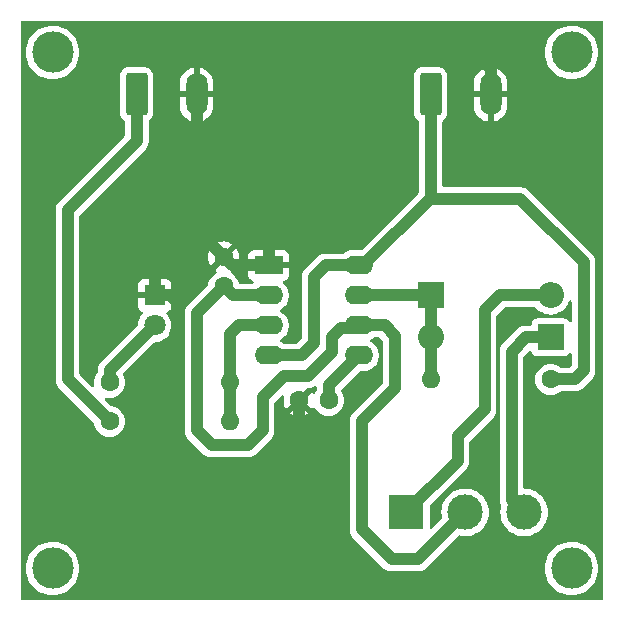
<source format=gbl>
G04 #@! TF.GenerationSoftware,KiCad,Pcbnew,8.0.6*
G04 #@! TF.CreationDate,2024-11-03T16:49:19-03:00*
G04 #@! TF.ProjectId,555-gerador-PWM-r01,3535352d-6765-4726-9164-6f722d50574d,rev?*
G04 #@! TF.SameCoordinates,Original*
G04 #@! TF.FileFunction,Copper,L2,Bot*
G04 #@! TF.FilePolarity,Positive*
%FSLAX46Y46*%
G04 Gerber Fmt 4.6, Leading zero omitted, Abs format (unit mm)*
G04 Created by KiCad (PCBNEW 8.0.6) date 2024-11-03 16:49:19*
%MOMM*%
%LPD*%
G01*
G04 APERTURE LIST*
G04 Aperture macros list*
%AMRoundRect*
0 Rectangle with rounded corners*
0 $1 Rounding radius*
0 $2 $3 $4 $5 $6 $7 $8 $9 X,Y pos of 4 corners*
0 Add a 4 corners polygon primitive as box body*
4,1,4,$2,$3,$4,$5,$6,$7,$8,$9,$2,$3,0*
0 Add four circle primitives for the rounded corners*
1,1,$1+$1,$2,$3*
1,1,$1+$1,$4,$5*
1,1,$1+$1,$6,$7*
1,1,$1+$1,$8,$9*
0 Add four rect primitives between the rounded corners*
20,1,$1+$1,$2,$3,$4,$5,0*
20,1,$1+$1,$4,$5,$6,$7,0*
20,1,$1+$1,$6,$7,$8,$9,0*
20,1,$1+$1,$8,$9,$2,$3,0*%
G04 Aperture macros list end*
G04 #@! TA.AperFunction,ComponentPad*
%ADD10R,3.000000X3.000000*%
G04 #@! TD*
G04 #@! TA.AperFunction,ComponentPad*
%ADD11C,3.000000*%
G04 #@! TD*
G04 #@! TA.AperFunction,ComponentPad*
%ADD12O,1.800000X3.600000*%
G04 #@! TD*
G04 #@! TA.AperFunction,ComponentPad*
%ADD13RoundRect,0.250000X-0.650000X-1.550000X0.650000X-1.550000X0.650000X1.550000X-0.650000X1.550000X0*%
G04 #@! TD*
G04 #@! TA.AperFunction,ComponentPad*
%ADD14C,1.600000*%
G04 #@! TD*
G04 #@! TA.AperFunction,ComponentPad*
%ADD15O,2.200000X2.200000*%
G04 #@! TD*
G04 #@! TA.AperFunction,ComponentPad*
%ADD16R,2.200000X2.200000*%
G04 #@! TD*
G04 #@! TA.AperFunction,ComponentPad*
%ADD17R,1.800000X1.800000*%
G04 #@! TD*
G04 #@! TA.AperFunction,ComponentPad*
%ADD18C,1.800000*%
G04 #@! TD*
G04 #@! TA.AperFunction,ComponentPad*
%ADD19R,2.400000X1.600000*%
G04 #@! TD*
G04 #@! TA.AperFunction,ComponentPad*
%ADD20O,2.400000X1.600000*%
G04 #@! TD*
G04 #@! TA.AperFunction,ComponentPad*
%ADD21O,1.600000X1.600000*%
G04 #@! TD*
G04 #@! TA.AperFunction,ViaPad*
%ADD22C,3.500000*%
G04 #@! TD*
G04 #@! TA.AperFunction,Conductor*
%ADD23C,1.000000*%
G04 #@! TD*
G04 APERTURE END LIST*
D10*
X148800000Y-125800000D03*
D11*
X153800000Y-125800000D03*
X158800000Y-125800000D03*
D12*
X155956000Y-90424000D03*
D13*
X150876000Y-90424000D03*
X125984000Y-90424000D03*
D12*
X131064000Y-90424000D03*
D14*
X139740000Y-116332000D03*
X142240000Y-116332000D03*
X133350000Y-106680000D03*
X133350000Y-104180000D03*
D15*
X161036000Y-107442000D03*
D16*
X150876000Y-107442000D03*
X161036000Y-110998000D03*
D15*
X150876000Y-110998000D03*
D17*
X127508000Y-107442000D03*
D18*
X127508000Y-109982000D03*
D19*
X137160000Y-104902000D03*
D20*
X144780000Y-112522000D03*
X137160000Y-107442000D03*
X144780000Y-109982000D03*
X137160000Y-109982000D03*
X144780000Y-107442000D03*
X137160000Y-112522000D03*
X144780000Y-104902000D03*
D21*
X133858000Y-118110000D03*
D14*
X123698000Y-118110000D03*
D21*
X133858000Y-114808000D03*
D14*
X123698000Y-114808000D03*
X161036000Y-114554000D03*
D21*
X150876000Y-114554000D03*
D22*
X118872000Y-130556000D03*
X162814000Y-130556000D03*
X162814000Y-86868000D03*
X118872000Y-86868000D03*
D23*
X149806000Y-129794000D02*
X153800000Y-125800000D01*
X147828000Y-115316000D02*
X145034000Y-118110000D01*
X145034000Y-118110000D02*
X145034000Y-127254000D01*
X147574000Y-129794000D02*
X149806000Y-129794000D01*
X147828000Y-110830000D02*
X147828000Y-115316000D01*
X145034000Y-127254000D02*
X147574000Y-129794000D01*
X146980000Y-109982000D02*
X147828000Y-110830000D01*
X144780000Y-109982000D02*
X146980000Y-109982000D01*
X157734000Y-124734000D02*
X158800000Y-125800000D01*
X158936000Y-110998000D02*
X157734000Y-112200000D01*
X157734000Y-112200000D02*
X157734000Y-124734000D01*
X161036000Y-110998000D02*
X158936000Y-110998000D01*
X153162000Y-119380000D02*
X153162000Y-121438000D01*
X155448000Y-117094000D02*
X153162000Y-119380000D01*
X153162000Y-121438000D02*
X148800000Y-125800000D01*
X155448000Y-108712000D02*
X155448000Y-117094000D01*
X156718000Y-107442000D02*
X155448000Y-108712000D01*
X161036000Y-107442000D02*
X156718000Y-107442000D01*
X161036000Y-114554000D02*
X163068000Y-114554000D01*
X163068000Y-114554000D02*
X163830000Y-113792000D01*
X163830000Y-104648000D02*
X163830000Y-113792000D01*
X158456000Y-99274000D02*
X163830000Y-104648000D01*
X137160000Y-112522000D02*
X137560000Y-112522000D01*
X137560000Y-112522000D02*
X139954000Y-112522000D01*
X139954000Y-112522000D02*
X140970000Y-111506000D01*
X140970000Y-111506000D02*
X140970000Y-108312000D01*
X140970000Y-105918000D02*
X140970000Y-108312000D01*
X144780000Y-104902000D02*
X141986000Y-104902000D01*
X141986000Y-104902000D02*
X140970000Y-105918000D01*
X145180000Y-104902000D02*
X144780000Y-104902000D01*
X150876000Y-99206000D02*
X145180000Y-104902000D01*
X150876000Y-90424000D02*
X150876000Y-99206000D01*
X150944000Y-99274000D02*
X150876000Y-99206000D01*
X158456000Y-99274000D02*
X150944000Y-99274000D01*
X150876000Y-107442000D02*
X144780000Y-107442000D01*
X150876000Y-114554000D02*
X150876000Y-107442000D01*
X133858000Y-118110000D02*
X133858000Y-114808000D01*
X137160000Y-109982000D02*
X134620000Y-109982000D01*
X133858000Y-110744000D02*
X133858000Y-114808000D01*
X134620000Y-109982000D02*
X133858000Y-110744000D01*
X123698000Y-113792000D02*
X127508000Y-109982000D01*
X123698000Y-114808000D02*
X123698000Y-113792000D01*
X125985001Y-94370001D02*
X120142000Y-100213002D01*
X125985001Y-91870001D02*
X125985001Y-94370001D01*
X120142000Y-100213002D02*
X120142000Y-114554000D01*
X120142000Y-114554000D02*
X123698000Y-118110000D01*
X134112000Y-107442000D02*
X133350000Y-106680000D01*
X137160000Y-107442000D02*
X134112000Y-107442000D01*
X131064000Y-118872000D02*
X131064000Y-108966000D01*
X136652000Y-118872000D02*
X135382000Y-120142000D01*
X136652000Y-116078000D02*
X136652000Y-118872000D01*
X135382000Y-120142000D02*
X132334000Y-120142000D01*
X138430000Y-114300000D02*
X136652000Y-116078000D01*
X140462000Y-114300000D02*
X138430000Y-114300000D01*
X144780000Y-109982000D02*
X144191070Y-109982000D01*
X131064000Y-108966000D02*
X133350000Y-106680000D01*
X143937070Y-110236000D02*
X143256000Y-110236000D01*
X132334000Y-120142000D02*
X131064000Y-118872000D01*
X143256000Y-110236000D02*
X142494000Y-110998000D01*
X142494000Y-110998000D02*
X142494000Y-112268000D01*
X144191070Y-109982000D02*
X143937070Y-110236000D01*
X142494000Y-112268000D02*
X140462000Y-114300000D01*
X131065001Y-101895001D02*
X133350000Y-104180000D01*
X131065001Y-91870001D02*
X131065001Y-101895001D01*
X127508000Y-105542000D02*
X131065001Y-101984999D01*
X131065001Y-101984999D02*
X131065001Y-101895001D01*
X127508000Y-107442000D02*
X127508000Y-105542000D01*
X134072000Y-104902000D02*
X133350000Y-104180000D01*
X137160000Y-104902000D02*
X134072000Y-104902000D01*
X128778000Y-107442000D02*
X129540000Y-108204000D01*
X127508000Y-107442000D02*
X128778000Y-107442000D01*
X129540000Y-108204000D02*
X129540000Y-120904000D01*
X129540000Y-120904000D02*
X130810000Y-122174000D01*
X139740000Y-120356000D02*
X139740000Y-116332000D01*
X130810000Y-122174000D02*
X137922000Y-122174000D01*
X137922000Y-122174000D02*
X139740000Y-120356000D01*
X140208000Y-87122000D02*
X137160000Y-90170000D01*
X154775320Y-87122000D02*
X140208000Y-87122000D01*
X137160000Y-90170000D02*
X137160000Y-104902000D01*
X155956000Y-90424000D02*
X155956000Y-88302680D01*
X155956000Y-88302680D02*
X154775320Y-87122000D01*
X142240000Y-115062000D02*
X144780000Y-112522000D01*
X142240000Y-116332000D02*
X142240000Y-115062000D01*
G04 #@! TA.AperFunction,Conductor*
G36*
X141171718Y-115127281D02*
G01*
X141219161Y-115180098D01*
X141231500Y-115234478D01*
X141231500Y-115451259D01*
X141211498Y-115519380D01*
X141208713Y-115523530D01*
X141102474Y-115675253D01*
X141099726Y-115680015D01*
X141097931Y-115678978D01*
X141056942Y-115725480D01*
X140988653Y-115744903D01*
X140920705Y-115724324D01*
X140881655Y-115679217D01*
X140879839Y-115680266D01*
X140877086Y-115675498D01*
X140827100Y-115604110D01*
X140827098Y-115604110D01*
X140140000Y-116291208D01*
X140140000Y-116279339D01*
X140112741Y-116177606D01*
X140060080Y-116086394D01*
X139985606Y-116011920D01*
X139894394Y-115959259D01*
X139792661Y-115932000D01*
X139780790Y-115932000D01*
X140367385Y-115345405D01*
X140429697Y-115311379D01*
X140456480Y-115308500D01*
X140561328Y-115308500D01*
X140561329Y-115308500D01*
X140756169Y-115269744D01*
X140939704Y-115193721D01*
X141035498Y-115129712D01*
X141103251Y-115108498D01*
X141171718Y-115127281D01*
G37*
G04 #@! TD.AperFunction*
G04 #@! TA.AperFunction,Conductor*
G36*
X165449621Y-84194502D02*
G01*
X165496114Y-84248158D01*
X165507500Y-84300500D01*
X165507500Y-133123500D01*
X165487498Y-133191621D01*
X165433842Y-133238114D01*
X165381500Y-133249500D01*
X116304500Y-133249500D01*
X116236379Y-133229498D01*
X116189886Y-133175842D01*
X116178500Y-133123500D01*
X116178500Y-130555996D01*
X116608654Y-130555996D01*
X116608654Y-130556003D01*
X116628016Y-130851421D01*
X116628018Y-130851435D01*
X116685776Y-131141795D01*
X116685778Y-131141805D01*
X116780938Y-131422137D01*
X116780944Y-131422151D01*
X116911883Y-131687670D01*
X117076359Y-131933827D01*
X117076361Y-131933830D01*
X117076367Y-131933838D01*
X117271573Y-132156427D01*
X117494162Y-132351633D01*
X117740327Y-132516115D01*
X118005855Y-132647059D01*
X118286203Y-132742224D01*
X118576574Y-132799983D01*
X118745388Y-132811047D01*
X118871997Y-132819346D01*
X118872000Y-132819346D01*
X118872003Y-132819346D01*
X118982784Y-132812084D01*
X119167426Y-132799983D01*
X119457797Y-132742224D01*
X119738145Y-132647059D01*
X120003673Y-132516115D01*
X120249838Y-132351633D01*
X120472427Y-132156427D01*
X120667633Y-131933838D01*
X120832115Y-131687673D01*
X120963059Y-131422145D01*
X121058224Y-131141797D01*
X121115983Y-130851426D01*
X121133946Y-130577355D01*
X121135346Y-130556003D01*
X121135346Y-130555996D01*
X121115983Y-130260578D01*
X121115983Y-130260574D01*
X121058224Y-129970203D01*
X120963059Y-129689855D01*
X120832115Y-129424327D01*
X120667633Y-129178162D01*
X120472427Y-128955573D01*
X120249838Y-128760367D01*
X120249830Y-128760361D01*
X120249827Y-128760359D01*
X120003670Y-128595883D01*
X119738151Y-128464944D01*
X119738145Y-128464941D01*
X119738140Y-128464939D01*
X119738137Y-128464938D01*
X119457805Y-128369778D01*
X119457799Y-128369776D01*
X119457797Y-128369776D01*
X119360566Y-128350435D01*
X119167435Y-128312018D01*
X119167421Y-128312016D01*
X118872003Y-128292654D01*
X118871997Y-128292654D01*
X118576578Y-128312016D01*
X118576564Y-128312018D01*
X118334818Y-128360105D01*
X118286203Y-128369776D01*
X118286201Y-128369776D01*
X118286194Y-128369778D01*
X118005862Y-128464938D01*
X118005848Y-128464944D01*
X117740329Y-128595883D01*
X117494172Y-128760359D01*
X117494165Y-128760364D01*
X117494162Y-128760367D01*
X117271573Y-128955573D01*
X117076367Y-129178162D01*
X117076364Y-129178165D01*
X117076359Y-129178172D01*
X116911883Y-129424329D01*
X116780944Y-129689848D01*
X116780938Y-129689862D01*
X116685778Y-129970194D01*
X116685776Y-129970204D01*
X116628018Y-130260564D01*
X116628016Y-130260578D01*
X116608654Y-130555996D01*
X116178500Y-130555996D01*
X116178500Y-100113670D01*
X119133500Y-100113670D01*
X119133500Y-114653331D01*
X119164266Y-114808000D01*
X119172256Y-114848169D01*
X119236490Y-115003243D01*
X119248279Y-115031704D01*
X119358647Y-115196881D01*
X119358649Y-115196883D01*
X122362881Y-118201115D01*
X122396907Y-118263427D01*
X122399306Y-118279226D01*
X122404455Y-118338078D01*
X122404456Y-118338083D01*
X122463715Y-118559240D01*
X122463717Y-118559246D01*
X122546659Y-118737116D01*
X122560477Y-118766749D01*
X122691802Y-118954300D01*
X122853700Y-119116198D01*
X123041251Y-119247523D01*
X123248757Y-119344284D01*
X123469913Y-119403543D01*
X123698000Y-119423498D01*
X123926087Y-119403543D01*
X124147243Y-119344284D01*
X124354749Y-119247523D01*
X124542300Y-119116198D01*
X124704198Y-118954300D01*
X124835523Y-118766749D01*
X124932284Y-118559243D01*
X124991543Y-118338087D01*
X125011498Y-118110000D01*
X124991543Y-117881913D01*
X124932284Y-117660757D01*
X124835523Y-117453251D01*
X124704198Y-117265700D01*
X124542300Y-117103802D01*
X124479584Y-117059888D01*
X124354749Y-116972477D01*
X124147246Y-116875717D01*
X124147240Y-116875715D01*
X123926083Y-116816456D01*
X123926078Y-116816455D01*
X123867226Y-116811306D01*
X123801109Y-116785442D01*
X123789115Y-116774881D01*
X123318661Y-116304427D01*
X123284635Y-116242115D01*
X123289700Y-116171300D01*
X123332247Y-116114464D01*
X123398767Y-116089653D01*
X123440365Y-116093625D01*
X123469913Y-116101543D01*
X123698000Y-116121498D01*
X123926087Y-116101543D01*
X124147243Y-116042284D01*
X124354749Y-115945523D01*
X124542300Y-115814198D01*
X124704198Y-115652300D01*
X124835523Y-115464749D01*
X124932284Y-115257243D01*
X124991543Y-115036087D01*
X125011498Y-114808000D01*
X124991543Y-114579913D01*
X124932284Y-114358757D01*
X124850374Y-114183100D01*
X124839714Y-114112911D01*
X124868694Y-114048099D01*
X124875462Y-114040771D01*
X127488830Y-111427405D01*
X127551142Y-111393379D01*
X127577925Y-111390500D01*
X127624708Y-111390500D01*
X127624712Y-111390500D01*
X127854951Y-111352080D01*
X128075727Y-111276287D01*
X128281017Y-111165190D01*
X128465220Y-111021818D01*
X128475638Y-111010502D01*
X128623314Y-110850083D01*
X128691578Y-110745597D01*
X128750984Y-110654669D01*
X128844749Y-110440907D01*
X128902051Y-110214626D01*
X128921327Y-109982000D01*
X128902051Y-109749374D01*
X128879168Y-109659010D01*
X128844750Y-109523096D01*
X128844747Y-109523089D01*
X128825718Y-109479708D01*
X128750984Y-109309331D01*
X128623314Y-109113917D01*
X128537789Y-109021013D01*
X128506370Y-108957351D01*
X128514356Y-108886805D01*
X128530771Y-108866668D01*
X130055500Y-108866668D01*
X130055500Y-118971331D01*
X130094256Y-119166169D01*
X130094258Y-119166174D01*
X130168032Y-119344280D01*
X130170278Y-119349703D01*
X130170279Y-119349704D01*
X130280647Y-119514881D01*
X131691119Y-120925353D01*
X131856296Y-121035721D01*
X132039831Y-121111744D01*
X132234671Y-121150500D01*
X132234672Y-121150500D01*
X135481328Y-121150500D01*
X135481329Y-121150500D01*
X135676169Y-121111744D01*
X135859704Y-121035721D01*
X136024881Y-120925353D01*
X136165353Y-120784881D01*
X137435353Y-119514881D01*
X137545721Y-119349704D01*
X137621744Y-119166169D01*
X137660500Y-118971329D01*
X137660500Y-118772671D01*
X137660500Y-116547924D01*
X137680502Y-116479803D01*
X137697405Y-116458829D01*
X138245333Y-115910901D01*
X138258920Y-115897314D01*
X138321231Y-115863289D01*
X138392046Y-115868354D01*
X138448882Y-115910901D01*
X138473693Y-115977421D01*
X138469721Y-116019021D01*
X138446951Y-116103997D01*
X138427004Y-116332000D01*
X138446951Y-116560002D01*
X138506186Y-116781068D01*
X138506188Y-116781073D01*
X138602913Y-116988501D01*
X138652898Y-117059888D01*
X138652900Y-117059888D01*
X139340000Y-116372789D01*
X139340000Y-116384661D01*
X139367259Y-116486394D01*
X139419920Y-116577606D01*
X139494394Y-116652080D01*
X139585606Y-116704741D01*
X139687339Y-116732000D01*
X139699210Y-116732000D01*
X139012110Y-117419098D01*
X139012110Y-117419100D01*
X139083498Y-117469086D01*
X139290926Y-117565811D01*
X139290931Y-117565813D01*
X139511999Y-117625048D01*
X139511995Y-117625048D01*
X139740000Y-117644995D01*
X139968002Y-117625048D01*
X140189068Y-117565813D01*
X140189073Y-117565811D01*
X140396497Y-117469088D01*
X140467888Y-117419099D01*
X140467888Y-117419097D01*
X139780791Y-116732000D01*
X139792661Y-116732000D01*
X139894394Y-116704741D01*
X139985606Y-116652080D01*
X140060080Y-116577606D01*
X140112741Y-116486394D01*
X140140000Y-116384661D01*
X140140000Y-116372791D01*
X140827097Y-117059888D01*
X140827099Y-117059888D01*
X140877088Y-116988496D01*
X140879841Y-116983730D01*
X140881729Y-116984820D01*
X140922384Y-116938594D01*
X140990651Y-116919094D01*
X141058622Y-116939597D01*
X141097989Y-116984987D01*
X141099726Y-116983985D01*
X141102474Y-116988746D01*
X141233799Y-117176296D01*
X141233802Y-117176300D01*
X141395700Y-117338198D01*
X141583251Y-117469523D01*
X141790757Y-117566284D01*
X142011913Y-117625543D01*
X142240000Y-117645498D01*
X142468087Y-117625543D01*
X142689243Y-117566284D01*
X142896749Y-117469523D01*
X143084300Y-117338198D01*
X143246198Y-117176300D01*
X143377523Y-116988749D01*
X143474284Y-116781243D01*
X143533543Y-116560087D01*
X143553498Y-116332000D01*
X143533543Y-116103913D01*
X143474284Y-115882757D01*
X143377523Y-115675251D01*
X143304506Y-115570972D01*
X143281819Y-115503700D01*
X143299104Y-115434840D01*
X143318621Y-115409612D01*
X144860829Y-113867405D01*
X144923141Y-113833379D01*
X144949924Y-113830500D01*
X145282978Y-113830500D01*
X145282981Y-113830500D01*
X145486408Y-113798280D01*
X145682290Y-113734634D01*
X145865803Y-113641129D01*
X146032430Y-113520068D01*
X146178068Y-113374430D01*
X146299129Y-113207803D01*
X146392634Y-113024290D01*
X146456280Y-112828408D01*
X146488500Y-112624981D01*
X146488500Y-112419019D01*
X146456280Y-112215592D01*
X146392634Y-112019710D01*
X146299129Y-111836197D01*
X146178068Y-111669570D01*
X146178065Y-111669567D01*
X146178063Y-111669564D01*
X146032435Y-111523936D01*
X146032432Y-111523934D01*
X146032430Y-111523932D01*
X145884764Y-111416647D01*
X145865806Y-111402873D01*
X145865805Y-111402872D01*
X145865803Y-111402871D01*
X145790034Y-111364265D01*
X145738422Y-111315519D01*
X145721356Y-111246604D01*
X145744257Y-111179402D01*
X145790034Y-111139735D01*
X145865803Y-111101129D01*
X145883508Y-111088266D01*
X145984952Y-111014564D01*
X146051819Y-110990705D01*
X146059012Y-110990500D01*
X146510076Y-110990500D01*
X146578197Y-111010502D01*
X146599171Y-111027405D01*
X146782595Y-111210829D01*
X146816621Y-111273141D01*
X146819500Y-111299924D01*
X146819500Y-114846075D01*
X146799498Y-114914196D01*
X146782595Y-114935170D01*
X144391119Y-117326647D01*
X144250649Y-117467116D01*
X144250644Y-117467123D01*
X144140279Y-117632296D01*
X144064258Y-117815825D01*
X144064256Y-117815830D01*
X144025500Y-118010668D01*
X144025500Y-127353331D01*
X144043678Y-127444715D01*
X144064256Y-127548168D01*
X144140279Y-127731704D01*
X144250647Y-127896881D01*
X146790647Y-130436881D01*
X146931119Y-130577353D01*
X147096296Y-130687721D01*
X147279831Y-130763744D01*
X147474671Y-130802500D01*
X147474672Y-130802500D01*
X149905328Y-130802500D01*
X149905329Y-130802500D01*
X150100169Y-130763744D01*
X150283704Y-130687721D01*
X150448881Y-130577353D01*
X150470238Y-130555996D01*
X160550654Y-130555996D01*
X160550654Y-130556003D01*
X160570016Y-130851421D01*
X160570018Y-130851435D01*
X160627776Y-131141795D01*
X160627778Y-131141805D01*
X160722938Y-131422137D01*
X160722944Y-131422151D01*
X160853883Y-131687670D01*
X161018359Y-131933827D01*
X161018361Y-131933830D01*
X161018367Y-131933838D01*
X161213573Y-132156427D01*
X161436162Y-132351633D01*
X161682327Y-132516115D01*
X161947855Y-132647059D01*
X162228203Y-132742224D01*
X162518574Y-132799983D01*
X162687388Y-132811047D01*
X162813997Y-132819346D01*
X162814000Y-132819346D01*
X162814003Y-132819346D01*
X162924784Y-132812084D01*
X163109426Y-132799983D01*
X163399797Y-132742224D01*
X163680145Y-132647059D01*
X163945673Y-132516115D01*
X164191838Y-132351633D01*
X164414427Y-132156427D01*
X164609633Y-131933838D01*
X164774115Y-131687673D01*
X164905059Y-131422145D01*
X165000224Y-131141797D01*
X165057983Y-130851426D01*
X165075946Y-130577355D01*
X165077346Y-130556003D01*
X165077346Y-130555996D01*
X165057983Y-130260578D01*
X165057983Y-130260574D01*
X165000224Y-129970203D01*
X164905059Y-129689855D01*
X164774115Y-129424327D01*
X164609633Y-129178162D01*
X164414427Y-128955573D01*
X164191838Y-128760367D01*
X164191830Y-128760361D01*
X164191827Y-128760359D01*
X163945670Y-128595883D01*
X163680151Y-128464944D01*
X163680145Y-128464941D01*
X163680140Y-128464939D01*
X163680137Y-128464938D01*
X163399805Y-128369778D01*
X163399799Y-128369776D01*
X163399797Y-128369776D01*
X163302566Y-128350435D01*
X163109435Y-128312018D01*
X163109421Y-128312016D01*
X162814003Y-128292654D01*
X162813997Y-128292654D01*
X162518578Y-128312016D01*
X162518564Y-128312018D01*
X162276818Y-128360105D01*
X162228203Y-128369776D01*
X162228201Y-128369776D01*
X162228194Y-128369778D01*
X161947862Y-128464938D01*
X161947848Y-128464944D01*
X161682329Y-128595883D01*
X161436172Y-128760359D01*
X161436165Y-128760364D01*
X161436162Y-128760367D01*
X161213573Y-128955573D01*
X161018367Y-129178162D01*
X161018364Y-129178165D01*
X161018359Y-129178172D01*
X160853883Y-129424329D01*
X160722944Y-129689848D01*
X160722938Y-129689862D01*
X160627778Y-129970194D01*
X160627776Y-129970204D01*
X160570018Y-130260564D01*
X160570016Y-130260578D01*
X160550654Y-130555996D01*
X150470238Y-130555996D01*
X150589353Y-130436881D01*
X153232634Y-127793598D01*
X153294944Y-127759575D01*
X153355722Y-127761368D01*
X153390396Y-127771083D01*
X153390398Y-127771083D01*
X153390404Y-127771085D01*
X153549956Y-127793015D01*
X153662604Y-127808499D01*
X153662615Y-127808500D01*
X153937385Y-127808500D01*
X153937395Y-127808499D01*
X154066945Y-127790692D01*
X154209596Y-127771085D01*
X154474177Y-127696953D01*
X154726200Y-127587484D01*
X154960969Y-127444718D01*
X155174111Y-127271314D01*
X155361657Y-127070502D01*
X155520111Y-126846023D01*
X155646523Y-126602058D01*
X155738538Y-126343153D01*
X155794442Y-126074130D01*
X155813193Y-125800000D01*
X155794442Y-125525870D01*
X155738538Y-125256847D01*
X155646523Y-124997942D01*
X155520111Y-124753977D01*
X155361657Y-124529498D01*
X155174111Y-124328686D01*
X154960969Y-124155282D01*
X154726200Y-124012516D01*
X154726201Y-124012516D01*
X154726197Y-124012514D01*
X154474180Y-123903048D01*
X154474178Y-123903047D01*
X154474177Y-123903047D01*
X154281673Y-123849110D01*
X154209593Y-123828914D01*
X153937395Y-123791500D01*
X153937385Y-123791500D01*
X153662615Y-123791500D01*
X153662604Y-123791500D01*
X153390406Y-123828914D01*
X153125819Y-123903048D01*
X152873802Y-124012514D01*
X152639028Y-124155284D01*
X152425886Y-124328688D01*
X152238343Y-124529498D01*
X152079892Y-124753971D01*
X151953478Y-124997940D01*
X151861462Y-125256845D01*
X151861460Y-125256853D01*
X151805557Y-125525877D01*
X151805556Y-125525883D01*
X151786807Y-125799995D01*
X151786807Y-125800004D01*
X151805556Y-126074116D01*
X151805557Y-126074122D01*
X151805558Y-126074130D01*
X151822091Y-126153691D01*
X151842310Y-126250994D01*
X151836585Y-126321760D01*
X151808041Y-126365724D01*
X151023593Y-127150171D01*
X150961283Y-127184195D01*
X150890468Y-127179131D01*
X150833632Y-127136584D01*
X150808821Y-127070064D01*
X150808500Y-127061075D01*
X150808500Y-125269924D01*
X150828502Y-125201803D01*
X150845405Y-125180829D01*
X152360734Y-123665500D01*
X153945354Y-122080881D01*
X154055722Y-121915703D01*
X154131744Y-121732168D01*
X154170500Y-121537328D01*
X154170500Y-121338671D01*
X154170500Y-119849924D01*
X154190502Y-119781803D01*
X154207405Y-119760829D01*
X155201485Y-118766749D01*
X156231353Y-117736881D01*
X156341721Y-117571704D01*
X156417744Y-117388169D01*
X156456500Y-117193329D01*
X156456500Y-116994671D01*
X156456500Y-109181924D01*
X156476502Y-109113803D01*
X156493405Y-109092829D01*
X157098829Y-108487405D01*
X157161141Y-108453379D01*
X157187924Y-108450500D01*
X159723936Y-108450500D01*
X159792057Y-108470502D01*
X159819747Y-108494669D01*
X159895102Y-108582898D01*
X160087624Y-108747328D01*
X160303498Y-108879616D01*
X160537409Y-108976505D01*
X160783597Y-109035609D01*
X161036000Y-109055474D01*
X161288403Y-109035609D01*
X161534591Y-108976505D01*
X161768502Y-108879616D01*
X161984376Y-108747328D01*
X162176898Y-108582898D01*
X162341328Y-108390376D01*
X162473616Y-108174502D01*
X162570505Y-107940591D01*
X162572981Y-107930276D01*
X162608332Y-107868708D01*
X162671359Y-107836024D01*
X162742050Y-107842604D01*
X162797962Y-107886358D01*
X162821343Y-107953394D01*
X162821500Y-107959690D01*
X162821500Y-109587790D01*
X162801498Y-109655911D01*
X162747842Y-109702404D01*
X162677568Y-109712508D01*
X162612988Y-109683014D01*
X162593134Y-109658377D01*
X162592290Y-109659010D01*
X162499261Y-109534738D01*
X162382207Y-109447112D01*
X162382202Y-109447110D01*
X162245204Y-109396011D01*
X162245196Y-109396009D01*
X162184649Y-109389500D01*
X162184638Y-109389500D01*
X159887362Y-109389500D01*
X159887350Y-109389500D01*
X159826803Y-109396009D01*
X159826795Y-109396011D01*
X159689797Y-109447110D01*
X159689792Y-109447112D01*
X159572738Y-109534738D01*
X159485112Y-109651792D01*
X159485110Y-109651797D01*
X159434011Y-109788795D01*
X159434009Y-109788803D01*
X159427500Y-109849350D01*
X159427500Y-109863500D01*
X159407498Y-109931621D01*
X159353842Y-109978114D01*
X159301500Y-109989500D01*
X158836668Y-109989500D01*
X158641830Y-110028256D01*
X158641825Y-110028258D01*
X158565809Y-110059745D01*
X158458296Y-110104278D01*
X158293123Y-110214643D01*
X158293116Y-110214648D01*
X157091119Y-111416647D01*
X156950649Y-111557116D01*
X156950644Y-111557123D01*
X156840279Y-111722296D01*
X156764258Y-111905825D01*
X156764256Y-111905830D01*
X156725500Y-112100668D01*
X156725500Y-124833334D01*
X156758242Y-124997940D01*
X156764254Y-125028162D01*
X156764255Y-125028165D01*
X156764256Y-125028168D01*
X156840279Y-125211704D01*
X156840282Y-125211709D01*
X156840746Y-125212576D01*
X156840852Y-125213089D01*
X156842648Y-125217423D01*
X156841826Y-125217763D01*
X156855220Y-125282082D01*
X156852991Y-125297612D01*
X156805557Y-125525877D01*
X156805556Y-125525883D01*
X156786807Y-125799995D01*
X156786807Y-125800004D01*
X156805556Y-126074116D01*
X156805557Y-126074122D01*
X156805558Y-126074130D01*
X156836217Y-126221670D01*
X156861460Y-126343146D01*
X156861462Y-126343154D01*
X156953477Y-126602058D01*
X157074833Y-126836266D01*
X157079892Y-126846028D01*
X157099052Y-126873171D01*
X157238343Y-127070502D01*
X157425889Y-127271314D01*
X157639031Y-127444718D01*
X157873800Y-127587484D01*
X158125823Y-127696953D01*
X158390404Y-127771085D01*
X158485504Y-127784156D01*
X158662604Y-127808499D01*
X158662615Y-127808500D01*
X158937385Y-127808500D01*
X158937395Y-127808499D01*
X159066945Y-127790692D01*
X159209596Y-127771085D01*
X159474177Y-127696953D01*
X159726200Y-127587484D01*
X159960969Y-127444718D01*
X160174111Y-127271314D01*
X160361657Y-127070502D01*
X160520111Y-126846023D01*
X160646523Y-126602058D01*
X160738538Y-126343153D01*
X160794442Y-126074130D01*
X160813193Y-125800000D01*
X160794442Y-125525870D01*
X160738538Y-125256847D01*
X160646523Y-124997942D01*
X160520111Y-124753977D01*
X160361657Y-124529498D01*
X160174111Y-124328686D01*
X159960969Y-124155282D01*
X159726200Y-124012516D01*
X159726201Y-124012516D01*
X159726197Y-124012514D01*
X159474180Y-123903048D01*
X159474178Y-123903047D01*
X159474177Y-123903047D01*
X159281673Y-123849110D01*
X159209593Y-123828914D01*
X158937395Y-123791500D01*
X158937385Y-123791500D01*
X158868500Y-123791500D01*
X158800379Y-123771498D01*
X158753886Y-123717842D01*
X158742500Y-123665500D01*
X158742500Y-112669925D01*
X158762502Y-112601804D01*
X158779405Y-112580830D01*
X159220545Y-112139690D01*
X159282857Y-112105664D01*
X159353672Y-112110729D01*
X159410508Y-112153276D01*
X159432260Y-112199799D01*
X159434008Y-112207195D01*
X159485110Y-112344202D01*
X159485112Y-112344207D01*
X159572738Y-112461261D01*
X159689792Y-112548887D01*
X159689794Y-112548888D01*
X159689796Y-112548889D01*
X159748875Y-112570924D01*
X159826795Y-112599988D01*
X159826803Y-112599990D01*
X159887350Y-112606499D01*
X159887355Y-112606499D01*
X159887362Y-112606500D01*
X159887368Y-112606500D01*
X162184632Y-112606500D01*
X162184638Y-112606500D01*
X162184645Y-112606499D01*
X162184649Y-112606499D01*
X162245196Y-112599990D01*
X162245199Y-112599989D01*
X162245201Y-112599989D01*
X162382204Y-112548889D01*
X162499261Y-112461261D01*
X162530883Y-112419019D01*
X162592290Y-112336990D01*
X162594268Y-112338470D01*
X162635104Y-112297627D01*
X162704477Y-112282529D01*
X162771000Y-112307334D01*
X162813552Y-112364166D01*
X162821500Y-112408209D01*
X162821500Y-113322074D01*
X162801498Y-113390195D01*
X162784596Y-113411169D01*
X162687171Y-113508595D01*
X162624859Y-113542620D01*
X162598075Y-113545500D01*
X161916740Y-113545500D01*
X161848619Y-113525498D01*
X161844470Y-113522713D01*
X161692749Y-113416477D01*
X161692747Y-113416476D01*
X161485246Y-113319717D01*
X161485240Y-113319715D01*
X161391771Y-113294670D01*
X161264087Y-113260457D01*
X161036000Y-113240502D01*
X160807913Y-113260457D01*
X160586759Y-113319715D01*
X160586753Y-113319717D01*
X160379250Y-113416477D01*
X160191703Y-113547799D01*
X160191697Y-113547804D01*
X160029804Y-113709697D01*
X160029799Y-113709703D01*
X159898477Y-113897250D01*
X159801717Y-114104753D01*
X159801715Y-114104759D01*
X159742457Y-114325913D01*
X159722502Y-114554000D01*
X159742457Y-114782087D01*
X159801716Y-115003243D01*
X159860690Y-115129713D01*
X159898477Y-115210749D01*
X159931032Y-115257243D01*
X160029802Y-115398300D01*
X160191700Y-115560198D01*
X160379251Y-115691523D01*
X160586757Y-115788284D01*
X160807913Y-115847543D01*
X161036000Y-115867498D01*
X161264087Y-115847543D01*
X161485243Y-115788284D01*
X161692749Y-115691523D01*
X161780448Y-115630115D01*
X161844470Y-115585287D01*
X161911743Y-115562599D01*
X161916740Y-115562500D01*
X163167328Y-115562500D01*
X163167329Y-115562500D01*
X163362169Y-115523744D01*
X163545704Y-115447721D01*
X163710881Y-115337353D01*
X163851353Y-115196881D01*
X163851352Y-115196881D01*
X163910880Y-115137353D01*
X163910879Y-115137353D01*
X164613354Y-114434881D01*
X164723722Y-114269703D01*
X164784213Y-114123664D01*
X164799744Y-114086169D01*
X164838500Y-113891329D01*
X164838500Y-104548671D01*
X164799744Y-104353831D01*
X164742734Y-104216197D01*
X164723722Y-104170297D01*
X164613354Y-104005119D01*
X159098881Y-98490647D01*
X158933704Y-98380279D01*
X158750169Y-98304256D01*
X158555331Y-98265500D01*
X158555329Y-98265500D01*
X152010500Y-98265500D01*
X151942379Y-98245498D01*
X151895886Y-98191842D01*
X151884500Y-98139500D01*
X151884500Y-92714379D01*
X151904502Y-92646258D01*
X151944354Y-92607138D01*
X151948850Y-92604364D01*
X151999652Y-92573030D01*
X152125030Y-92447652D01*
X152218115Y-92296738D01*
X152273887Y-92128426D01*
X152284500Y-92024545D01*
X152284499Y-89413191D01*
X154548000Y-89413191D01*
X154548000Y-90170000D01*
X155409827Y-90170000D01*
X155396889Y-90192409D01*
X155356000Y-90345009D01*
X155356000Y-90502991D01*
X155396889Y-90655591D01*
X155409827Y-90678000D01*
X154548000Y-90678000D01*
X154548000Y-91434808D01*
X154582670Y-91653710D01*
X154651155Y-91864483D01*
X154651156Y-91864485D01*
X154751772Y-92061956D01*
X154882039Y-92241253D01*
X155038746Y-92397960D01*
X155218043Y-92528227D01*
X155415514Y-92628843D01*
X155415516Y-92628844D01*
X155626289Y-92697329D01*
X155702000Y-92709320D01*
X155702000Y-90970173D01*
X155724409Y-90983111D01*
X155877009Y-91024000D01*
X156034991Y-91024000D01*
X156187591Y-90983111D01*
X156210000Y-90970173D01*
X156210000Y-92709320D01*
X156285709Y-92697329D01*
X156285711Y-92697329D01*
X156496483Y-92628844D01*
X156496485Y-92628843D01*
X156693956Y-92528227D01*
X156873253Y-92397960D01*
X157029960Y-92241253D01*
X157160227Y-92061956D01*
X157260843Y-91864485D01*
X157260844Y-91864483D01*
X157329329Y-91653710D01*
X157364000Y-91434808D01*
X157364000Y-90678000D01*
X156502173Y-90678000D01*
X156515111Y-90655591D01*
X156556000Y-90502991D01*
X156556000Y-90345009D01*
X156515111Y-90192409D01*
X156502173Y-90170000D01*
X157364000Y-90170000D01*
X157364000Y-89413191D01*
X157329329Y-89194289D01*
X157260844Y-88983516D01*
X157260843Y-88983514D01*
X157160227Y-88786043D01*
X157029960Y-88606746D01*
X156873253Y-88450039D01*
X156693956Y-88319772D01*
X156496485Y-88219156D01*
X156496483Y-88219155D01*
X156285709Y-88150669D01*
X156210000Y-88138678D01*
X156210000Y-89877826D01*
X156187591Y-89864889D01*
X156034991Y-89824000D01*
X155877009Y-89824000D01*
X155724409Y-89864889D01*
X155702000Y-89877826D01*
X155702000Y-88138678D01*
X155626290Y-88150669D01*
X155415516Y-88219155D01*
X155415514Y-88219156D01*
X155218043Y-88319772D01*
X155038746Y-88450039D01*
X154882039Y-88606746D01*
X154751772Y-88786043D01*
X154651156Y-88983514D01*
X154651155Y-88983516D01*
X154582670Y-89194289D01*
X154548000Y-89413191D01*
X152284499Y-89413191D01*
X152284499Y-88823456D01*
X152273887Y-88719574D01*
X152218115Y-88551262D01*
X152125030Y-88400348D01*
X152125029Y-88400347D01*
X152125024Y-88400341D01*
X151999658Y-88274975D01*
X151999652Y-88274970D01*
X151848738Y-88181885D01*
X151754533Y-88150669D01*
X151680427Y-88126113D01*
X151680420Y-88126112D01*
X151576553Y-88115500D01*
X150175455Y-88115500D01*
X150071574Y-88126112D01*
X149903261Y-88181885D01*
X149752347Y-88274970D01*
X149752341Y-88274975D01*
X149626975Y-88400341D01*
X149626970Y-88400347D01*
X149533885Y-88551262D01*
X149478113Y-88719572D01*
X149478112Y-88719579D01*
X149467500Y-88823446D01*
X149467500Y-92024544D01*
X149478112Y-92128425D01*
X149533885Y-92296738D01*
X149626970Y-92447652D01*
X149626975Y-92447658D01*
X149752341Y-92573024D01*
X149752345Y-92573027D01*
X149752348Y-92573030D01*
X149752350Y-92573031D01*
X149807646Y-92607138D01*
X149855125Y-92659923D01*
X149867500Y-92714379D01*
X149867500Y-98736076D01*
X149847498Y-98804197D01*
X149830595Y-98825171D01*
X145099171Y-103556595D01*
X145036859Y-103590621D01*
X145010076Y-103593500D01*
X144277019Y-103593500D01*
X144073592Y-103625720D01*
X144073590Y-103625720D01*
X144073587Y-103625721D01*
X143877714Y-103689364D01*
X143877708Y-103689367D01*
X143694190Y-103782874D01*
X143575048Y-103869436D01*
X143508181Y-103893295D01*
X143500988Y-103893500D01*
X141886668Y-103893500D01*
X141741529Y-103922370D01*
X141691831Y-103932256D01*
X141691830Y-103932256D01*
X141691827Y-103932257D01*
X141644172Y-103951997D01*
X141543976Y-103993500D01*
X141508295Y-104008279D01*
X141343123Y-104118644D01*
X141343116Y-104118649D01*
X140186649Y-105275116D01*
X140186644Y-105275123D01*
X140076279Y-105440296D01*
X140000258Y-105623825D01*
X140000256Y-105623830D01*
X139961500Y-105818668D01*
X139961500Y-111036076D01*
X139941498Y-111104197D01*
X139924595Y-111125171D01*
X139573171Y-111476595D01*
X139510859Y-111510621D01*
X139484076Y-111513500D01*
X138439012Y-111513500D01*
X138370891Y-111493498D01*
X138364952Y-111489436D01*
X138245809Y-111402874D01*
X138227174Y-111393379D01*
X138170034Y-111364265D01*
X138118422Y-111315519D01*
X138101356Y-111246604D01*
X138124257Y-111179402D01*
X138170034Y-111139735D01*
X138245803Y-111101129D01*
X138412430Y-110980068D01*
X138558068Y-110834430D01*
X138679129Y-110667803D01*
X138772634Y-110484290D01*
X138836280Y-110288408D01*
X138868500Y-110084981D01*
X138868500Y-109879019D01*
X138836280Y-109675592D01*
X138772634Y-109479710D01*
X138679129Y-109296197D01*
X138558068Y-109129570D01*
X138558065Y-109129567D01*
X138558063Y-109129564D01*
X138412435Y-108983936D01*
X138412432Y-108983934D01*
X138412430Y-108983932D01*
X138286999Y-108892802D01*
X138245806Y-108862873D01*
X138245805Y-108862872D01*
X138245803Y-108862871D01*
X138170034Y-108824265D01*
X138118422Y-108775519D01*
X138101356Y-108706604D01*
X138124257Y-108639402D01*
X138170034Y-108599735D01*
X138245803Y-108561129D01*
X138412430Y-108440068D01*
X138558068Y-108294430D01*
X138679129Y-108127803D01*
X138772634Y-107944290D01*
X138836280Y-107748408D01*
X138868500Y-107544981D01*
X138868500Y-107339019D01*
X138836280Y-107135592D01*
X138772634Y-106939710D01*
X138679129Y-106756197D01*
X138558068Y-106589570D01*
X138558065Y-106589567D01*
X138558063Y-106589564D01*
X138412436Y-106443937D01*
X138412432Y-106443934D01*
X138412430Y-106443932D01*
X138396066Y-106432043D01*
X138352715Y-106375822D01*
X138346640Y-106305086D01*
X138379772Y-106242294D01*
X138441592Y-106207383D01*
X138456663Y-106204831D01*
X138469093Y-106203494D01*
X138605964Y-106152444D01*
X138605965Y-106152444D01*
X138722904Y-106064904D01*
X138810444Y-105947965D01*
X138810444Y-105947964D01*
X138861494Y-105811093D01*
X138867999Y-105750597D01*
X138868000Y-105750585D01*
X138868000Y-105156000D01*
X137471686Y-105156000D01*
X137480080Y-105147606D01*
X137532741Y-105056394D01*
X137560000Y-104954661D01*
X137560000Y-104849339D01*
X137532741Y-104747606D01*
X137480080Y-104656394D01*
X137471686Y-104648000D01*
X138868000Y-104648000D01*
X138868000Y-104053414D01*
X138867999Y-104053402D01*
X138861494Y-103992906D01*
X138810444Y-103856035D01*
X138810444Y-103856034D01*
X138722904Y-103739095D01*
X138605965Y-103651555D01*
X138469093Y-103600505D01*
X138408597Y-103594000D01*
X137414000Y-103594000D01*
X137414000Y-104590314D01*
X137405606Y-104581920D01*
X137314394Y-104529259D01*
X137212661Y-104502000D01*
X137107339Y-104502000D01*
X137005606Y-104529259D01*
X136914394Y-104581920D01*
X136906000Y-104590314D01*
X136906000Y-103594000D01*
X135911402Y-103594000D01*
X135850906Y-103600505D01*
X135714035Y-103651555D01*
X135714034Y-103651555D01*
X135597095Y-103739095D01*
X135509555Y-103856034D01*
X135509555Y-103856035D01*
X135458505Y-103992906D01*
X135452000Y-104053402D01*
X135452000Y-104648000D01*
X136848314Y-104648000D01*
X136839920Y-104656394D01*
X136787259Y-104747606D01*
X136760000Y-104849339D01*
X136760000Y-104954661D01*
X136787259Y-105056394D01*
X136839920Y-105147606D01*
X136848314Y-105156000D01*
X135452000Y-105156000D01*
X135452000Y-105750597D01*
X135458505Y-105811093D01*
X135509555Y-105947964D01*
X135509555Y-105947965D01*
X135597095Y-106064904D01*
X135714034Y-106152444D01*
X135813235Y-106189444D01*
X135870071Y-106231991D01*
X135894882Y-106298511D01*
X135879791Y-106367885D01*
X135829588Y-106418088D01*
X135769203Y-106433500D01*
X134735292Y-106433500D01*
X134667171Y-106413498D01*
X134620678Y-106359842D01*
X134613585Y-106340111D01*
X134612412Y-106335734D01*
X134584284Y-106230757D01*
X134487523Y-106023251D01*
X134356198Y-105835700D01*
X134194300Y-105673802D01*
X134194296Y-105673799D01*
X134006746Y-105542474D01*
X134001985Y-105539726D01*
X134003023Y-105537927D01*
X133956532Y-105496963D01*
X133937095Y-105428679D01*
X133957661Y-105360726D01*
X134002782Y-105321664D01*
X134001730Y-105319841D01*
X134006496Y-105317088D01*
X134077888Y-105267099D01*
X134077888Y-105267097D01*
X133390791Y-104580000D01*
X133402661Y-104580000D01*
X133504394Y-104552741D01*
X133595606Y-104500080D01*
X133670080Y-104425606D01*
X133722741Y-104334394D01*
X133750000Y-104232661D01*
X133750000Y-104220791D01*
X134437097Y-104907888D01*
X134437099Y-104907888D01*
X134487088Y-104836497D01*
X134583811Y-104629073D01*
X134583813Y-104629068D01*
X134643048Y-104408002D01*
X134662995Y-104180000D01*
X134643048Y-103951997D01*
X134583813Y-103730931D01*
X134583811Y-103730926D01*
X134487086Y-103523498D01*
X134437100Y-103452110D01*
X134437098Y-103452110D01*
X133750000Y-104139208D01*
X133750000Y-104127339D01*
X133722741Y-104025606D01*
X133670080Y-103934394D01*
X133595606Y-103859920D01*
X133504394Y-103807259D01*
X133402661Y-103780000D01*
X133390790Y-103780000D01*
X134077888Y-103092899D01*
X134077888Y-103092898D01*
X134006501Y-103042913D01*
X133799073Y-102946188D01*
X133799068Y-102946186D01*
X133578000Y-102886951D01*
X133578004Y-102886951D01*
X133350000Y-102867004D01*
X133121997Y-102886951D01*
X132900931Y-102946186D01*
X132900926Y-102946188D01*
X132693500Y-103042913D01*
X132622109Y-103092900D01*
X133309209Y-103780000D01*
X133297339Y-103780000D01*
X133195606Y-103807259D01*
X133104394Y-103859920D01*
X133029920Y-103934394D01*
X132977259Y-104025606D01*
X132950000Y-104127339D01*
X132950000Y-104139209D01*
X132262900Y-103452109D01*
X132212913Y-103523500D01*
X132116188Y-103730926D01*
X132116186Y-103730931D01*
X132056951Y-103951997D01*
X132037004Y-104180000D01*
X132056951Y-104408002D01*
X132116186Y-104629068D01*
X132116188Y-104629073D01*
X132212913Y-104836501D01*
X132262899Y-104907888D01*
X132950000Y-104220788D01*
X132950000Y-104232661D01*
X132977259Y-104334394D01*
X133029920Y-104425606D01*
X133104394Y-104500080D01*
X133195606Y-104552741D01*
X133297339Y-104580000D01*
X133309210Y-104580000D01*
X132622110Y-105267098D01*
X132622110Y-105267100D01*
X132693498Y-105317086D01*
X132698266Y-105319839D01*
X132697178Y-105321721D01*
X132743420Y-105362409D01*
X132762904Y-105430680D01*
X132742386Y-105498647D01*
X132697015Y-105537995D01*
X132698015Y-105539726D01*
X132693253Y-105542474D01*
X132505703Y-105673799D01*
X132505697Y-105673804D01*
X132343804Y-105835697D01*
X132343799Y-105835703D01*
X132212477Y-106023250D01*
X132115717Y-106230753D01*
X132115715Y-106230759D01*
X132056456Y-106451916D01*
X132056455Y-106451921D01*
X132051306Y-106510772D01*
X132025442Y-106576890D01*
X132014881Y-106588883D01*
X130421119Y-108182647D01*
X130280649Y-108323116D01*
X130280644Y-108323123D01*
X130170279Y-108488296D01*
X130094258Y-108671825D01*
X130094256Y-108671830D01*
X130055500Y-108866668D01*
X128530771Y-108866668D01*
X128559215Y-108831776D01*
X128586460Y-108817622D01*
X128653965Y-108792444D01*
X128770904Y-108704904D01*
X128858444Y-108587965D01*
X128858444Y-108587964D01*
X128909494Y-108451093D01*
X128915999Y-108390597D01*
X128916000Y-108390585D01*
X128916000Y-107696000D01*
X127880968Y-107696000D01*
X127927333Y-107615694D01*
X127958000Y-107501244D01*
X127958000Y-107382756D01*
X127927333Y-107268306D01*
X127880968Y-107188000D01*
X128916000Y-107188000D01*
X128916000Y-106493414D01*
X128915999Y-106493402D01*
X128909494Y-106432906D01*
X128858444Y-106296035D01*
X128858444Y-106296034D01*
X128770904Y-106179095D01*
X128653965Y-106091555D01*
X128517093Y-106040505D01*
X128456597Y-106034000D01*
X127762000Y-106034000D01*
X127762000Y-107069031D01*
X127681694Y-107022667D01*
X127567244Y-106992000D01*
X127448756Y-106992000D01*
X127334306Y-107022667D01*
X127254000Y-107069031D01*
X127254000Y-106034000D01*
X126559402Y-106034000D01*
X126498906Y-106040505D01*
X126362035Y-106091555D01*
X126362034Y-106091555D01*
X126245095Y-106179095D01*
X126157555Y-106296034D01*
X126157555Y-106296035D01*
X126106505Y-106432906D01*
X126100000Y-106493402D01*
X126100000Y-107188000D01*
X127135032Y-107188000D01*
X127088667Y-107268306D01*
X127058000Y-107382756D01*
X127058000Y-107501244D01*
X127088667Y-107615694D01*
X127135032Y-107696000D01*
X126100000Y-107696000D01*
X126100000Y-108390597D01*
X126106505Y-108451093D01*
X126157555Y-108587964D01*
X126157555Y-108587965D01*
X126245095Y-108704904D01*
X126362034Y-108792444D01*
X126429539Y-108817622D01*
X126486375Y-108860169D01*
X126511186Y-108926689D01*
X126496095Y-108996063D01*
X126478208Y-109021016D01*
X126392683Y-109113920D01*
X126265015Y-109309331D01*
X126171252Y-109523089D01*
X126171249Y-109523096D01*
X126113950Y-109749366D01*
X126113949Y-109749372D01*
X126113949Y-109749374D01*
X126110682Y-109788799D01*
X126099653Y-109921896D01*
X126074093Y-109988132D01*
X126063178Y-110000585D01*
X123055120Y-113008646D01*
X122914649Y-113149116D01*
X122914644Y-113149123D01*
X122804279Y-113314296D01*
X122728258Y-113497825D01*
X122728256Y-113497830D01*
X122689500Y-113692668D01*
X122689500Y-113927259D01*
X122669498Y-113995380D01*
X122666713Y-113999530D01*
X122560477Y-114151250D01*
X122463717Y-114358753D01*
X122463715Y-114358759D01*
X122443318Y-114434881D01*
X122404457Y-114579913D01*
X122384502Y-114808000D01*
X122401583Y-115003242D01*
X122404457Y-115036086D01*
X122412374Y-115065632D01*
X122410684Y-115136609D01*
X122370890Y-115195404D01*
X122305625Y-115223352D01*
X122235611Y-115211578D01*
X122201572Y-115187338D01*
X121187405Y-114173171D01*
X121153379Y-114110859D01*
X121150500Y-114084076D01*
X121150500Y-100682926D01*
X121170502Y-100614805D01*
X121187405Y-100593831D01*
X123641736Y-98139500D01*
X126768354Y-95012882D01*
X126878722Y-94847705D01*
X126954745Y-94664170D01*
X126993501Y-94469330D01*
X126993501Y-94270672D01*
X126993501Y-92713762D01*
X127013503Y-92645641D01*
X127053353Y-92606521D01*
X127107652Y-92573030D01*
X127233030Y-92447652D01*
X127326115Y-92296738D01*
X127381887Y-92128426D01*
X127392500Y-92024545D01*
X127392499Y-89413191D01*
X129656000Y-89413191D01*
X129656000Y-90170000D01*
X130517827Y-90170000D01*
X130504889Y-90192409D01*
X130464000Y-90345009D01*
X130464000Y-90502991D01*
X130504889Y-90655591D01*
X130517827Y-90678000D01*
X129656000Y-90678000D01*
X129656000Y-91434808D01*
X129690670Y-91653710D01*
X129759155Y-91864483D01*
X129759156Y-91864485D01*
X129859772Y-92061956D01*
X129990039Y-92241253D01*
X130146746Y-92397960D01*
X130326043Y-92528227D01*
X130523514Y-92628843D01*
X130523516Y-92628844D01*
X130734289Y-92697329D01*
X130810000Y-92709320D01*
X130810000Y-90970173D01*
X130832409Y-90983111D01*
X130985009Y-91024000D01*
X131142991Y-91024000D01*
X131295591Y-90983111D01*
X131318000Y-90970173D01*
X131318000Y-92709320D01*
X131393709Y-92697329D01*
X131393711Y-92697329D01*
X131604483Y-92628844D01*
X131604485Y-92628843D01*
X131801956Y-92528227D01*
X131981253Y-92397960D01*
X132137960Y-92241253D01*
X132268227Y-92061956D01*
X132368843Y-91864485D01*
X132368844Y-91864483D01*
X132437329Y-91653710D01*
X132472000Y-91434808D01*
X132472000Y-90678000D01*
X131610173Y-90678000D01*
X131623111Y-90655591D01*
X131664000Y-90502991D01*
X131664000Y-90345009D01*
X131623111Y-90192409D01*
X131610173Y-90170000D01*
X132472000Y-90170000D01*
X132472000Y-89413191D01*
X132437329Y-89194289D01*
X132368844Y-88983516D01*
X132368843Y-88983514D01*
X132268227Y-88786043D01*
X132137960Y-88606746D01*
X131981253Y-88450039D01*
X131801956Y-88319772D01*
X131604485Y-88219156D01*
X131604483Y-88219155D01*
X131393709Y-88150669D01*
X131318000Y-88138678D01*
X131318000Y-89877826D01*
X131295591Y-89864889D01*
X131142991Y-89824000D01*
X130985009Y-89824000D01*
X130832409Y-89864889D01*
X130810000Y-89877826D01*
X130810000Y-88138678D01*
X130734290Y-88150669D01*
X130523516Y-88219155D01*
X130523514Y-88219156D01*
X130326043Y-88319772D01*
X130146746Y-88450039D01*
X129990039Y-88606746D01*
X129859772Y-88786043D01*
X129759156Y-88983514D01*
X129759155Y-88983516D01*
X129690670Y-89194289D01*
X129656000Y-89413191D01*
X127392499Y-89413191D01*
X127392499Y-88823456D01*
X127381887Y-88719574D01*
X127326115Y-88551262D01*
X127233030Y-88400348D01*
X127233029Y-88400347D01*
X127233024Y-88400341D01*
X127107658Y-88274975D01*
X127107652Y-88274970D01*
X126956738Y-88181885D01*
X126862533Y-88150669D01*
X126788427Y-88126113D01*
X126788420Y-88126112D01*
X126684553Y-88115500D01*
X125283455Y-88115500D01*
X125179574Y-88126112D01*
X125011261Y-88181885D01*
X124860347Y-88274970D01*
X124860341Y-88274975D01*
X124734975Y-88400341D01*
X124734970Y-88400347D01*
X124641885Y-88551262D01*
X124586113Y-88719572D01*
X124586112Y-88719579D01*
X124575500Y-88823446D01*
X124575500Y-92024544D01*
X124586112Y-92128425D01*
X124641885Y-92296738D01*
X124734970Y-92447652D01*
X124734975Y-92447658D01*
X124860341Y-92573024D01*
X124860347Y-92573029D01*
X124860348Y-92573030D01*
X124915646Y-92607138D01*
X124916648Y-92607756D01*
X124964126Y-92660542D01*
X124976501Y-92714997D01*
X124976501Y-93900077D01*
X124956499Y-93968198D01*
X124939596Y-93989172D01*
X119358649Y-99570118D01*
X119358644Y-99570125D01*
X119248279Y-99735298D01*
X119172258Y-99918827D01*
X119172256Y-99918832D01*
X119133500Y-100113670D01*
X116178500Y-100113670D01*
X116178500Y-86867996D01*
X116608654Y-86867996D01*
X116608654Y-86868003D01*
X116628016Y-87163421D01*
X116628018Y-87163435D01*
X116685776Y-87453795D01*
X116685778Y-87453805D01*
X116780938Y-87734137D01*
X116780944Y-87734151D01*
X116911883Y-87999670D01*
X117076359Y-88245827D01*
X117076361Y-88245830D01*
X117076367Y-88245838D01*
X117271573Y-88468427D01*
X117494162Y-88663633D01*
X117740327Y-88828115D01*
X118005855Y-88959059D01*
X118286203Y-89054224D01*
X118576574Y-89111983D01*
X118745388Y-89123047D01*
X118871997Y-89131346D01*
X118872000Y-89131346D01*
X118872003Y-89131346D01*
X118982784Y-89124084D01*
X119167426Y-89111983D01*
X119457797Y-89054224D01*
X119738145Y-88959059D01*
X120003673Y-88828115D01*
X120249838Y-88663633D01*
X120472427Y-88468427D01*
X120667633Y-88245838D01*
X120832115Y-87999673D01*
X120963059Y-87734145D01*
X121058224Y-87453797D01*
X121115983Y-87163426D01*
X121135346Y-86868000D01*
X121135346Y-86867996D01*
X160550654Y-86867996D01*
X160550654Y-86868003D01*
X160570016Y-87163421D01*
X160570018Y-87163435D01*
X160627776Y-87453795D01*
X160627778Y-87453805D01*
X160722938Y-87734137D01*
X160722944Y-87734151D01*
X160853883Y-87999670D01*
X161018359Y-88245827D01*
X161018361Y-88245830D01*
X161018367Y-88245838D01*
X161213573Y-88468427D01*
X161436162Y-88663633D01*
X161682327Y-88828115D01*
X161947855Y-88959059D01*
X162228203Y-89054224D01*
X162518574Y-89111983D01*
X162687388Y-89123047D01*
X162813997Y-89131346D01*
X162814000Y-89131346D01*
X162814003Y-89131346D01*
X162924784Y-89124084D01*
X163109426Y-89111983D01*
X163399797Y-89054224D01*
X163680145Y-88959059D01*
X163945673Y-88828115D01*
X164191838Y-88663633D01*
X164414427Y-88468427D01*
X164609633Y-88245838D01*
X164774115Y-87999673D01*
X164905059Y-87734145D01*
X165000224Y-87453797D01*
X165057983Y-87163426D01*
X165077346Y-86868000D01*
X165057983Y-86572574D01*
X165000224Y-86282203D01*
X164905059Y-86001855D01*
X164774115Y-85736327D01*
X164609633Y-85490162D01*
X164414427Y-85267573D01*
X164191838Y-85072367D01*
X164191830Y-85072361D01*
X164191827Y-85072359D01*
X163945670Y-84907883D01*
X163680151Y-84776944D01*
X163680145Y-84776941D01*
X163680140Y-84776939D01*
X163680137Y-84776938D01*
X163399805Y-84681778D01*
X163399799Y-84681776D01*
X163399797Y-84681776D01*
X163302566Y-84662435D01*
X163109435Y-84624018D01*
X163109421Y-84624016D01*
X162814003Y-84604654D01*
X162813997Y-84604654D01*
X162518578Y-84624016D01*
X162518564Y-84624018D01*
X162276818Y-84672105D01*
X162228203Y-84681776D01*
X162228201Y-84681776D01*
X162228194Y-84681778D01*
X161947862Y-84776938D01*
X161947848Y-84776944D01*
X161682329Y-84907883D01*
X161436172Y-85072359D01*
X161436165Y-85072364D01*
X161436162Y-85072367D01*
X161213573Y-85267573D01*
X161018367Y-85490162D01*
X161018364Y-85490165D01*
X161018359Y-85490172D01*
X160853883Y-85736329D01*
X160722944Y-86001848D01*
X160722938Y-86001862D01*
X160627778Y-86282194D01*
X160627776Y-86282204D01*
X160570018Y-86572564D01*
X160570016Y-86572578D01*
X160550654Y-86867996D01*
X121135346Y-86867996D01*
X121115983Y-86572574D01*
X121058224Y-86282203D01*
X120963059Y-86001855D01*
X120832115Y-85736327D01*
X120667633Y-85490162D01*
X120472427Y-85267573D01*
X120249838Y-85072367D01*
X120249830Y-85072361D01*
X120249827Y-85072359D01*
X120003670Y-84907883D01*
X119738151Y-84776944D01*
X119738145Y-84776941D01*
X119738140Y-84776939D01*
X119738137Y-84776938D01*
X119457805Y-84681778D01*
X119457799Y-84681776D01*
X119457797Y-84681776D01*
X119360566Y-84662435D01*
X119167435Y-84624018D01*
X119167421Y-84624016D01*
X118872003Y-84604654D01*
X118871997Y-84604654D01*
X118576578Y-84624016D01*
X118576564Y-84624018D01*
X118334818Y-84672105D01*
X118286203Y-84681776D01*
X118286201Y-84681776D01*
X118286194Y-84681778D01*
X118005862Y-84776938D01*
X118005848Y-84776944D01*
X117740329Y-84907883D01*
X117494172Y-85072359D01*
X117494165Y-85072364D01*
X117494162Y-85072367D01*
X117271573Y-85267573D01*
X117076367Y-85490162D01*
X117076364Y-85490165D01*
X117076359Y-85490172D01*
X116911883Y-85736329D01*
X116780944Y-86001848D01*
X116780938Y-86001862D01*
X116685778Y-86282194D01*
X116685776Y-86282204D01*
X116628018Y-86572564D01*
X116628016Y-86572578D01*
X116608654Y-86867996D01*
X116178500Y-86867996D01*
X116178500Y-84300500D01*
X116198502Y-84232379D01*
X116252158Y-84185886D01*
X116304500Y-84174500D01*
X165381500Y-84174500D01*
X165449621Y-84194502D01*
G37*
G04 #@! TD.AperFunction*
M02*

</source>
